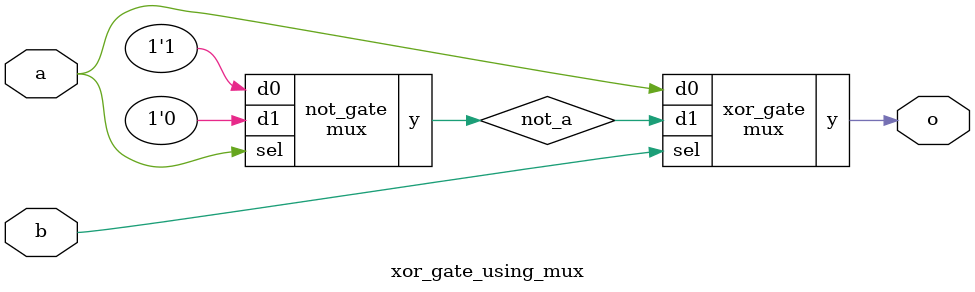
<source format=sv>

module mux
(
  input  d0, d1,
  input  sel,
  output y
);

  assign y = sel ? d1 : d0;

endmodule

//----------------------------------------------------------------------------
// Task
//----------------------------------------------------------------------------

module xor_gate_using_mux
(
    input  a,
    input  b,
    output o
);

  // Task:
  // Implement xor gate using instance(s) of mux,
  // constants 0 and 1, and wire connections

  // SOLUTION
  
  wire not_a;
  mux not_gate(.d0(1), .d1(0), .sel(a), .y(not_a));
  mux xor_gate(.d0(a), .d1(not_a), .sel(b), .y(o));

endmodule

</source>
